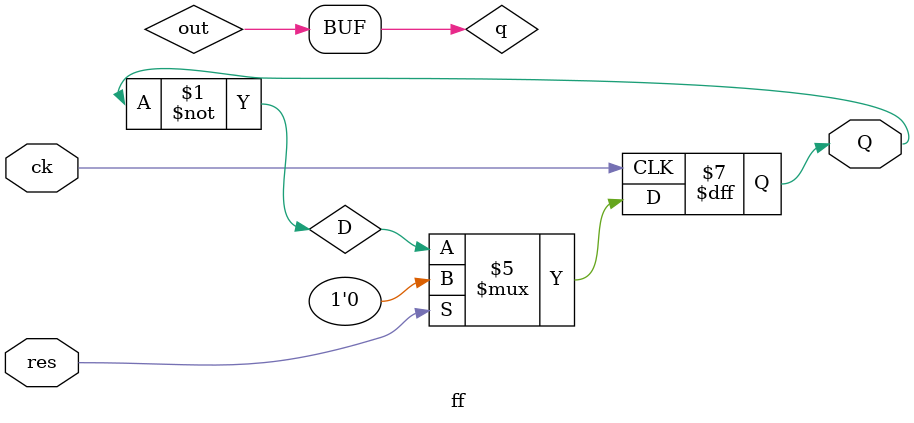
<source format=v>
`timescale 1ns / 1ps

module ff(ck,res,Q);
    input ck, res;
    output wire Q;
    wire D;
    assign D = ~Q;
    always @(posedge ck) begin
        if(res==1) begin
            Q<= 0;
        end else begin
            Q<=D;
        end
    end
    assign out = q;
endmodule

</source>
